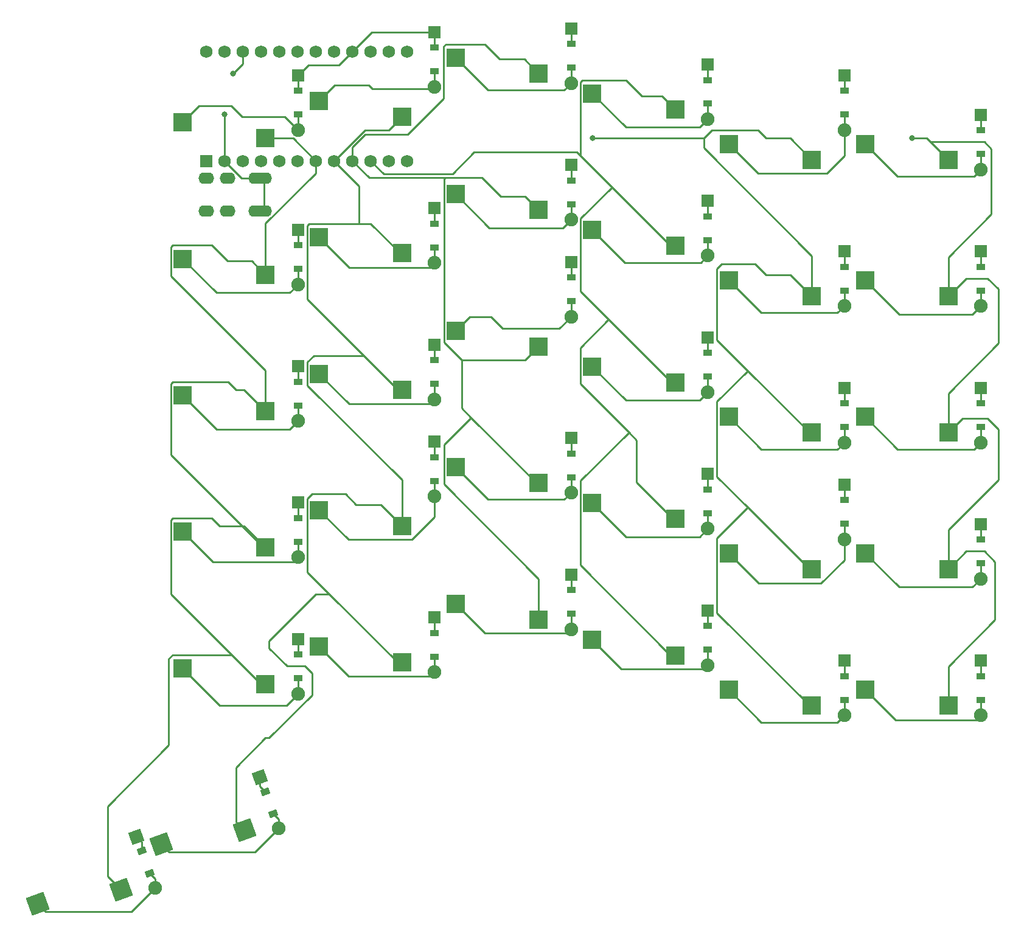
<source format=gbl>
%TF.GenerationSoftware,KiCad,Pcbnew,9.0.6*%
%TF.CreationDate,2025-11-12T17:31:49+01:00*%
%TF.ProjectId,right_finished,72696768-745f-4666-996e-69736865642e,1*%
%TF.SameCoordinates,Original*%
%TF.FileFunction,Copper,L2,Bot*%
%TF.FilePolarity,Positive*%
%FSLAX46Y46*%
G04 Gerber Fmt 4.6, Leading zero omitted, Abs format (unit mm)*
G04 Created by KiCad (PCBNEW 9.0.6) date 2025-11-12 17:31:49*
%MOMM*%
%LPD*%
G01*
G04 APERTURE LIST*
G04 Aperture macros list*
%AMRotRect*
0 Rectangle, with rotation*
0 The origin of the aperture is its center*
0 $1 length*
0 $2 width*
0 $3 Rotation angle, in degrees counterclockwise*
0 Add horizontal line*
21,1,$1,$2,0,0,$3*%
G04 Aperture macros list end*
%TA.AperFunction,ComponentPad*%
%ADD10R,1.778000X1.778000*%
%TD*%
%TA.AperFunction,SMDPad,CuDef*%
%ADD11R,1.200000X0.900000*%
%TD*%
%TA.AperFunction,ComponentPad*%
%ADD12C,1.905000*%
%TD*%
%TA.AperFunction,SMDPad,CuDef*%
%ADD13R,2.600000X2.600000*%
%TD*%
%TA.AperFunction,ComponentPad*%
%ADD14R,1.752600X1.752600*%
%TD*%
%TA.AperFunction,ComponentPad*%
%ADD15C,1.752600*%
%TD*%
%TA.AperFunction,SMDPad,CuDef*%
%ADD16RotRect,2.600000X2.600000X200.000000*%
%TD*%
%TA.AperFunction,ComponentPad*%
%ADD17RotRect,1.778000X1.778000X290.000000*%
%TD*%
%TA.AperFunction,SMDPad,CuDef*%
%ADD18RotRect,0.900000X1.200000X290.000000*%
%TD*%
%TA.AperFunction,ComponentPad*%
%ADD19O,2.200000X1.600000*%
%TD*%
%TA.AperFunction,ViaPad*%
%ADD20C,0.800000*%
%TD*%
%TA.AperFunction,Conductor*%
%ADD21C,0.250000*%
%TD*%
G04 APERTURE END LIST*
D10*
%TO.P,D11,1*%
%TO.N,P4*%
X233025000Y-131240000D03*
D11*
X233025000Y-133400000D03*
%TO.P,D11,2*%
%TO.N,mirror_third_home*%
X233025000Y-136700000D03*
D12*
X233025000Y-138860000D03*
%TD*%
D10*
%TO.P,D29,1*%
%TO.N,P6*%
X195025000Y-88740000D03*
D11*
X195025000Y-90900000D03*
%TO.P,D29,2*%
%TO.N,mirror_fifth_num*%
X195025000Y-94200000D03*
D12*
X195025000Y-96360000D03*
%TD*%
D13*
%TO.P,S27,1*%
%TO.N,P19*%
X171500000Y-160500000D03*
%TO.P,S27,2*%
%TO.N,mirror_sixth_bottom*%
X159950000Y-158300000D03*
%TD*%
D10*
%TO.P,D25,1*%
%TO.N,P3*%
X252025000Y-151740000D03*
D11*
X252025000Y-153900000D03*
%TO.P,D25,2*%
%TO.N,mirror_second_bottom*%
X252025000Y-157200000D03*
D12*
X252025000Y-159360000D03*
%TD*%
D10*
%TO.P,D7,1*%
%TO.N,P4*%
X252025000Y-138240000D03*
D11*
X252025000Y-140400000D03*
%TO.P,D7,2*%
%TO.N,mirror_second_home*%
X252025000Y-143700000D03*
D12*
X252025000Y-145860000D03*
%TD*%
D13*
%TO.P,S10,1*%
%TO.N,P16*%
X247500000Y-106500000D03*
%TO.P,S10,2*%
%TO.N,mirror_second_num*%
X235950000Y-104300000D03*
%TD*%
D10*
%TO.P,D14,1*%
%TO.N,P2*%
X214025000Y-164240000D03*
D11*
X214025000Y-166400000D03*
%TO.P,D14,2*%
%TO.N,mirror_fourth_mod*%
X214025000Y-169700000D03*
D12*
X214025000Y-171860000D03*
%TD*%
D10*
%TO.P,D6,1*%
%TO.N,P2*%
X252025000Y-176240000D03*
D11*
X252025000Y-178400000D03*
%TO.P,D6,2*%
%TO.N,mirror_second_mod*%
X252025000Y-181700000D03*
D12*
X252025000Y-183860000D03*
%TD*%
D13*
%TO.P,S21,1*%
%TO.N,P18*%
X190500000Y-176500000D03*
%TO.P,S21,2*%
%TO.N,mirror_fifth_mod*%
X178950000Y-174300000D03*
%TD*%
D10*
%TO.P,D28,1*%
%TO.N,P3*%
X195025000Y-145740000D03*
D11*
X195025000Y-147900000D03*
%TO.P,D28,2*%
%TO.N,mirror_fifth_bottom*%
X195025000Y-151200000D03*
D12*
X195025000Y-153360000D03*
%TD*%
D13*
%TO.P,S28,1*%
%TO.N,P19*%
X171500000Y-141500000D03*
%TO.P,S28,2*%
%TO.N,mirror_sixth_home*%
X159950000Y-139300000D03*
%TD*%
D10*
%TO.P,D21,1*%
%TO.N,P2*%
X176025000Y-173240000D03*
D11*
X176025000Y-175400000D03*
%TO.P,D21,2*%
%TO.N,mirror_sixth_mod*%
X176025000Y-178700000D03*
D12*
X176025000Y-180860000D03*
%TD*%
D14*
%TO.P,MCU1,1*%
%TO.N,RAW*%
X163255000Y-106670000D03*
D15*
%TO.P,MCU1,2*%
%TO.N,GND*%
X165795000Y-106670000D03*
%TO.P,MCU1,3*%
%TO.N,RST*%
X168335000Y-106670000D03*
%TO.P,MCU1,4*%
%TO.N,VCC*%
X170875000Y-106670000D03*
%TO.P,MCU1,5*%
%TO.N,P21*%
X173415000Y-106670000D03*
%TO.P,MCU1,6*%
%TO.N,P20*%
X175955000Y-106670000D03*
%TO.P,MCU1,7*%
%TO.N,P19*%
X178495000Y-106670000D03*
%TO.P,MCU1,8*%
%TO.N,P18*%
X181035000Y-106670000D03*
%TO.P,MCU1,9*%
%TO.N,P15*%
X183575000Y-106670000D03*
%TO.P,MCU1,10*%
%TO.N,P14*%
X186115000Y-106670000D03*
%TO.P,MCU1,11*%
%TO.N,P16*%
X188655000Y-106670000D03*
%TO.P,MCU1,12*%
%TO.N,P10*%
X191195000Y-106670000D03*
%TO.P,MCU1,13*%
%TO.N,P1*%
X163255000Y-91430000D03*
%TO.P,MCU1,14*%
%TO.N,P0*%
X165795000Y-91430000D03*
%TO.P,MCU1,15*%
%TO.N,GND*%
X168335000Y-91430000D03*
%TO.P,MCU1,16*%
X170875000Y-91430000D03*
%TO.P,MCU1,17*%
%TO.N,P2*%
X173415000Y-91430000D03*
%TO.P,MCU1,18*%
%TO.N,P3*%
X175955000Y-91430000D03*
%TO.P,MCU1,19*%
%TO.N,P4*%
X178495000Y-91430000D03*
%TO.P,MCU1,20*%
%TO.N,P5*%
X181035000Y-91430000D03*
%TO.P,MCU1,21*%
%TO.N,P6*%
X183575000Y-91430000D03*
%TO.P,MCU1,22*%
%TO.N,P7*%
X186115000Y-91430000D03*
%TO.P,MCU1,23*%
%TO.N,P8*%
X188655000Y-91430000D03*
%TO.P,MCU1,24*%
%TO.N,P9*%
X191195000Y-91430000D03*
%TD*%
D13*
%TO.P,S13,1*%
%TO.N,P14*%
X228500000Y-137500000D03*
%TO.P,S13,2*%
%TO.N,mirror_third_home*%
X216950000Y-135300000D03*
%TD*%
%TO.P,S5,1*%
%TO.N,P10*%
X266500000Y-106500000D03*
%TO.P,S5,2*%
%TO.N,mirror_first_num*%
X254950000Y-104300000D03*
%TD*%
%TO.P,S19,1*%
%TO.N,P15*%
X209500000Y-113500000D03*
%TO.P,S19,2*%
%TO.N,mirror_fourth_top*%
X197950000Y-111300000D03*
%TD*%
%TO.P,S17,1*%
%TO.N,P15*%
X209500000Y-151500000D03*
%TO.P,S17,2*%
%TO.N,mirror_fourth_bottom*%
X197950000Y-149300000D03*
%TD*%
%TO.P,S6,1*%
%TO.N,P16*%
X247500000Y-182500000D03*
%TO.P,S6,2*%
%TO.N,mirror_second_mod*%
X235950000Y-180300000D03*
%TD*%
D10*
%TO.P,D1,1*%
%TO.N,P2*%
X271025000Y-176240000D03*
D11*
X271025000Y-178400000D03*
%TO.P,D1,2*%
%TO.N,mirror_first_mod*%
X271025000Y-181700000D03*
D12*
X271025000Y-183860000D03*
%TD*%
D13*
%TO.P,S26,1*%
%TO.N,P19*%
X171500000Y-179500000D03*
%TO.P,S26,2*%
%TO.N,mirror_sixth_mod*%
X159950000Y-177300000D03*
%TD*%
D10*
%TO.P,D17,1*%
%TO.N,P6*%
X214025000Y-88240000D03*
D11*
X214025000Y-90400000D03*
%TO.P,D17,2*%
%TO.N,mirror_fourth_num*%
X214025000Y-93700000D03*
D12*
X214025000Y-95860000D03*
%TD*%
D13*
%TO.P,S8,1*%
%TO.N,P16*%
X247500000Y-144500000D03*
%TO.P,S8,2*%
%TO.N,mirror_second_home*%
X235950000Y-142300000D03*
%TD*%
%TO.P,S18,1*%
%TO.N,P15*%
X209500000Y-132500000D03*
%TO.P,S18,2*%
%TO.N,mirror_fourth_home*%
X197950000Y-130300000D03*
%TD*%
%TO.P,S22,1*%
%TO.N,P18*%
X190500000Y-157500000D03*
%TO.P,S22,2*%
%TO.N,mirror_fifth_bottom*%
X178950000Y-155300000D03*
%TD*%
D10*
%TO.P,D22,1*%
%TO.N,P3*%
X176025000Y-154240000D03*
D11*
X176025000Y-156400000D03*
%TO.P,D22,2*%
%TO.N,mirror_sixth_bottom*%
X176025000Y-159700000D03*
D12*
X176025000Y-161860000D03*
%TD*%
D13*
%TO.P,S1,1*%
%TO.N,P10*%
X266500000Y-182500000D03*
%TO.P,S1,2*%
%TO.N,mirror_first_mod*%
X254950000Y-180300000D03*
%TD*%
%TO.P,S4,1*%
%TO.N,P10*%
X266500000Y-125500000D03*
%TO.P,S4,2*%
%TO.N,mirror_first_top*%
X254950000Y-123300000D03*
%TD*%
D16*
%TO.P,S31,1*%
%TO.N,P18*%
X168587513Y-199871055D03*
%TO.P,S31,2*%
%TO.N,mirror_t1_thumb*%
X156981619Y-201754064D03*
%TD*%
D13*
%TO.P,S14,1*%
%TO.N,P14*%
X228500000Y-118500000D03*
%TO.P,S14,2*%
%TO.N,mirror_third_top*%
X216950000Y-116300000D03*
%TD*%
D10*
%TO.P,D23,1*%
%TO.N,P4*%
X176025000Y-135240000D03*
D11*
X176025000Y-137400000D03*
%TO.P,D23,2*%
%TO.N,mirror_sixth_home*%
X176025000Y-140700000D03*
D12*
X176025000Y-142860000D03*
%TD*%
D10*
%TO.P,D16,1*%
%TO.N,P5*%
X214025000Y-107240000D03*
D11*
X214025000Y-109400000D03*
%TO.P,D16,2*%
%TO.N,mirror_fourth_top*%
X214025000Y-112700000D03*
D12*
X214025000Y-114860000D03*
%TD*%
D17*
%TO.P,D31,1*%
%TO.N,P7*%
X170698576Y-192440938D03*
D18*
X171437340Y-194470674D03*
%TO.P,D31,2*%
%TO.N,mirror_t1_thumb*%
X172566006Y-197571660D03*
D12*
X173304770Y-199601396D03*
%TD*%
D10*
%TO.P,D18,1*%
%TO.N,P2*%
X195025000Y-170240000D03*
D11*
X195025000Y-172400000D03*
%TO.P,D18,2*%
%TO.N,mirror_fifth_mod*%
X195025000Y-175700000D03*
D12*
X195025000Y-177860000D03*
%TD*%
D10*
%TO.P,D3,1*%
%TO.N,P4*%
X271025000Y-138240000D03*
D11*
X271025000Y-140400000D03*
%TO.P,D3,2*%
%TO.N,mirror_first_home*%
X271025000Y-143700000D03*
D12*
X271025000Y-145860000D03*
%TD*%
D13*
%TO.P,S7,1*%
%TO.N,P16*%
X247500000Y-163500000D03*
%TO.P,S7,2*%
%TO.N,mirror_second_bottom*%
X235950000Y-161300000D03*
%TD*%
%TO.P,S15,1*%
%TO.N,P14*%
X228500000Y-99500000D03*
%TO.P,S15,2*%
%TO.N,mirror_third_num*%
X216950000Y-97300000D03*
%TD*%
%TO.P,S20,1*%
%TO.N,P15*%
X209500000Y-94500000D03*
%TO.P,S20,2*%
%TO.N,mirror_fourth_num*%
X197950000Y-92300000D03*
%TD*%
%TO.P,S3,1*%
%TO.N,P10*%
X266500000Y-144500000D03*
%TO.P,S3,2*%
%TO.N,mirror_first_home*%
X254950000Y-142300000D03*
%TD*%
D10*
%TO.P,D20,1*%
%TO.N,P5*%
X195025000Y-113240000D03*
D11*
X195025000Y-115400000D03*
%TO.P,D20,2*%
%TO.N,mirror_fifth_top*%
X195025000Y-118700000D03*
D12*
X195025000Y-120860000D03*
%TD*%
D10*
%TO.P,D19,1*%
%TO.N,P4*%
X195025000Y-132240000D03*
D11*
X195025000Y-134400000D03*
%TO.P,D19,2*%
%TO.N,mirror_fifth_home*%
X195025000Y-137700000D03*
D12*
X195025000Y-139860000D03*
%TD*%
D10*
%TO.P,D12,1*%
%TO.N,P5*%
X233025000Y-112240000D03*
D11*
X233025000Y-114400000D03*
%TO.P,D12,2*%
%TO.N,mirror_third_top*%
X233025000Y-117700000D03*
D12*
X233025000Y-119860000D03*
%TD*%
D13*
%TO.P,S2,1*%
%TO.N,P10*%
X266500000Y-163500000D03*
%TO.P,S2,2*%
%TO.N,mirror_first_bottom*%
X254950000Y-161300000D03*
%TD*%
D10*
%TO.P,D9,1*%
%TO.N,P2*%
X233025000Y-169240000D03*
D11*
X233025000Y-171400000D03*
%TO.P,D9,2*%
%TO.N,mirror_third_mod*%
X233025000Y-174700000D03*
D12*
X233025000Y-176860000D03*
%TD*%
D10*
%TO.P,D27,1*%
%TO.N,P4*%
X214025000Y-120740000D03*
D11*
X214025000Y-122900000D03*
%TO.P,D27,2*%
%TO.N,mirror_fourth_home*%
X214025000Y-126200000D03*
D12*
X214025000Y-128360000D03*
%TD*%
D10*
%TO.P,D10,1*%
%TO.N,P3*%
X233025000Y-150240000D03*
D11*
X233025000Y-152400000D03*
%TO.P,D10,2*%
%TO.N,mirror_third_bottom*%
X233025000Y-155700000D03*
D12*
X233025000Y-157860000D03*
%TD*%
D13*
%TO.P,S30,1*%
%TO.N,P19*%
X171500000Y-103500000D03*
%TO.P,S30,2*%
%TO.N,mirror_sixth_num*%
X159950000Y-101300000D03*
%TD*%
%TO.P,S29,1*%
%TO.N,P19*%
X171500000Y-122500000D03*
%TO.P,S29,2*%
%TO.N,mirror_sixth_top*%
X159950000Y-120300000D03*
%TD*%
D19*
%TO.P,TRRS1,1*%
%TO.N,GND*%
X171325000Y-113650000D03*
X171325000Y-109050000D03*
%TO.P,TRRS1,2*%
X170225000Y-113650000D03*
X170225000Y-109050000D03*
%TO.P,TRRS1,3*%
%TO.N,P21*%
X166225000Y-113650000D03*
X166225000Y-109050000D03*
%TO.P,TRRS1,4*%
%TO.N,VCC*%
X163225000Y-113650000D03*
X163225000Y-109050000D03*
%TD*%
D10*
%TO.P,D13,1*%
%TO.N,P6*%
X233025000Y-93240000D03*
D11*
X233025000Y-95400000D03*
%TO.P,D13,2*%
%TO.N,mirror_third_num*%
X233025000Y-98700000D03*
D12*
X233025000Y-100860000D03*
%TD*%
D13*
%TO.P,S16,1*%
%TO.N,P15*%
X209500000Y-170500000D03*
%TO.P,S16,2*%
%TO.N,mirror_fourth_mod*%
X197950000Y-168300000D03*
%TD*%
%TO.P,S24,1*%
%TO.N,P18*%
X190500000Y-119500000D03*
%TO.P,S24,2*%
%TO.N,mirror_fifth_top*%
X178950000Y-117300000D03*
%TD*%
D10*
%TO.P,D4,1*%
%TO.N,P5*%
X271025000Y-119240000D03*
D11*
X271025000Y-121400000D03*
%TO.P,D4,2*%
%TO.N,mirror_first_top*%
X271025000Y-124700000D03*
D12*
X271025000Y-126860000D03*
%TD*%
D10*
%TO.P,D2,1*%
%TO.N,P3*%
X271025000Y-157240000D03*
D11*
X271025000Y-159400000D03*
%TO.P,D2,2*%
%TO.N,mirror_first_bottom*%
X271025000Y-162700000D03*
D12*
X271025000Y-164860000D03*
%TD*%
D13*
%TO.P,S25,1*%
%TO.N,P18*%
X190500000Y-100500000D03*
%TO.P,S25,2*%
%TO.N,mirror_fifth_num*%
X178950000Y-98300000D03*
%TD*%
%TO.P,S23,1*%
%TO.N,P18*%
X190500000Y-138500000D03*
%TO.P,S23,2*%
%TO.N,mirror_fifth_home*%
X178950000Y-136300000D03*
%TD*%
%TO.P,S9,1*%
%TO.N,P16*%
X247500000Y-125500000D03*
%TO.P,S9,2*%
%TO.N,mirror_second_top*%
X235950000Y-123300000D03*
%TD*%
%TO.P,S12,1*%
%TO.N,P14*%
X228500000Y-156500000D03*
%TO.P,S12,2*%
%TO.N,mirror_third_bottom*%
X216950000Y-154300000D03*
%TD*%
D10*
%TO.P,D8,1*%
%TO.N,P5*%
X252025000Y-119240000D03*
D11*
X252025000Y-121400000D03*
%TO.P,D8,2*%
%TO.N,mirror_second_top*%
X252025000Y-124700000D03*
D12*
X252025000Y-126860000D03*
%TD*%
D10*
%TO.P,D5,1*%
%TO.N,P6*%
X271025000Y-100240000D03*
D11*
X271025000Y-102400000D03*
%TO.P,D5,2*%
%TO.N,mirror_first_num*%
X271025000Y-105700000D03*
D12*
X271025000Y-107860000D03*
%TD*%
D16*
%TO.P,S32,1*%
%TO.N,P19*%
X151383192Y-208154854D03*
%TO.P,S32,2*%
%TO.N,mirror_t2_thumb*%
X139777298Y-210037863D03*
%TD*%
D10*
%TO.P,D26,1*%
%TO.N,P6*%
X252025000Y-94740000D03*
D11*
X252025000Y-96900000D03*
%TO.P,D26,2*%
%TO.N,mirror_second_num*%
X252025000Y-100200000D03*
D12*
X252025000Y-102360000D03*
%TD*%
D10*
%TO.P,D24,1*%
%TO.N,P5*%
X176025000Y-116240000D03*
D11*
X176025000Y-118400000D03*
%TO.P,D24,2*%
%TO.N,mirror_sixth_top*%
X176025000Y-121700000D03*
D12*
X176025000Y-123860000D03*
%TD*%
D13*
%TO.P,S11,1*%
%TO.N,P14*%
X228500000Y-175500000D03*
%TO.P,S11,2*%
%TO.N,mirror_third_mod*%
X216950000Y-173300000D03*
%TD*%
D17*
%TO.P,D32,1*%
%TO.N,P7*%
X153494254Y-200724737D03*
D18*
X154233018Y-202754473D03*
%TO.P,D32,2*%
%TO.N,mirror_t2_thumb*%
X155361684Y-205855459D03*
D12*
X156100448Y-207885195D03*
%TD*%
D10*
%TO.P,D15,1*%
%TO.N,P3*%
X214025000Y-145240000D03*
D11*
X214025000Y-147400000D03*
%TO.P,D15,2*%
%TO.N,mirror_fourth_bottom*%
X214025000Y-150700000D03*
D12*
X214025000Y-152860000D03*
%TD*%
D10*
%TO.P,D30,1*%
%TO.N,P6*%
X176025000Y-94740000D03*
D11*
X176025000Y-96900000D03*
%TO.P,D30,2*%
%TO.N,mirror_sixth_num*%
X176025000Y-100200000D03*
D12*
X176025000Y-102360000D03*
%TD*%
D20*
%TO.N,P10*%
X261500000Y-103500000D03*
%TO.N,P16*%
X217000000Y-103500000D03*
%TO.N,GND*%
X165795000Y-100205000D03*
X167000000Y-94500000D03*
%TD*%
D21*
%TO.N,P10*%
X273000000Y-162500000D02*
X273000000Y-170539901D01*
X266500000Y-139039901D02*
X266500000Y-144500000D01*
X266500000Y-177039901D02*
X266500000Y-182500000D01*
X273500000Y-124500000D02*
X273500000Y-132039901D01*
X271500000Y-161000000D02*
X273000000Y-162500000D01*
X264000000Y-104000000D02*
X263500000Y-103500000D01*
X271500000Y-104000000D02*
X272500000Y-105000000D01*
X266500000Y-125500000D02*
X269000000Y-123000000D01*
X266500000Y-163500000D02*
X269000000Y-161000000D01*
X264000000Y-104000000D02*
X271500000Y-104000000D01*
X266500000Y-120039901D02*
X266500000Y-125500000D01*
X272500000Y-114039901D02*
X266500000Y-120039901D01*
X272500000Y-105000000D02*
X272500000Y-114039901D01*
X272000000Y-142500000D02*
X273500000Y-144000000D01*
X269000000Y-161000000D02*
X271500000Y-161000000D01*
X273500000Y-132039901D02*
X266500000Y-139039901D01*
X266500000Y-106500000D02*
X264000000Y-104000000D01*
X272000000Y-123000000D02*
X273500000Y-124500000D01*
X268500000Y-142500000D02*
X272000000Y-142500000D01*
X266500000Y-158039901D02*
X266500000Y-163500000D01*
X269000000Y-123000000D02*
X272000000Y-123000000D01*
X266500000Y-144500000D02*
X268500000Y-142500000D01*
X263500000Y-103500000D02*
X261500000Y-103500000D01*
X273000000Y-170539901D02*
X266500000Y-177039901D01*
X273500000Y-144000000D02*
X273500000Y-151039901D01*
X273500000Y-151039901D02*
X266500000Y-158039901D01*
%TO.N,mirror_first_mod*%
X254950000Y-180300000D02*
X259150000Y-184500000D01*
X270385000Y-184500000D02*
X271025000Y-183860000D01*
X271025000Y-183860000D02*
X271025000Y-181700000D01*
X259150000Y-184500000D02*
X270385000Y-184500000D01*
%TO.N,mirror_first_bottom*%
X254950000Y-161300000D02*
X259650000Y-166000000D01*
X269885000Y-166000000D02*
X271025000Y-164860000D01*
X271025000Y-164860000D02*
X271025000Y-162700000D01*
X259650000Y-166000000D02*
X269885000Y-166000000D01*
%TO.N,mirror_first_home*%
X259462500Y-146812500D02*
X270072500Y-146812500D01*
X270072500Y-146812500D02*
X271025000Y-145860000D01*
X254950000Y-142300000D02*
X259462500Y-146812500D01*
X271025000Y-145860000D02*
X271025000Y-143700000D01*
%TO.N,mirror_first_top*%
X259650000Y-128000000D02*
X269885000Y-128000000D01*
X269885000Y-128000000D02*
X271025000Y-126860000D01*
X254950000Y-123300000D02*
X259650000Y-128000000D01*
X271025000Y-126860000D02*
X271025000Y-124700000D01*
%TO.N,mirror_first_num*%
X254950000Y-104300000D02*
X259462500Y-108812500D01*
X259462500Y-108812500D02*
X270072500Y-108812500D01*
X270072500Y-108812500D02*
X271025000Y-107860000D01*
X271025000Y-107860000D02*
X271025000Y-105700000D01*
%TO.N,P16*%
X238609294Y-154890706D02*
X247218587Y-163500000D01*
X232500000Y-103500000D02*
X232500000Y-104868587D01*
X241101000Y-122522935D02*
X239578065Y-121000000D01*
X234324000Y-121674000D02*
X234324000Y-131605413D01*
X247500000Y-125500000D02*
X244522935Y-122522935D01*
X247218587Y-182500000D02*
X247500000Y-182500000D01*
X238609294Y-135890706D02*
X234324000Y-140176000D01*
X240002065Y-102424000D02*
X233576000Y-102424000D01*
X247218587Y-144500000D02*
X247500000Y-144500000D01*
X241101000Y-103522935D02*
X240002065Y-102424000D01*
X234324000Y-159176000D02*
X234324000Y-169605413D01*
X244522935Y-103522935D02*
X241101000Y-103522935D01*
X234324000Y-140176000D02*
X234324000Y-150605413D01*
X234998000Y-121000000D02*
X234324000Y-121674000D01*
X238609294Y-154890706D02*
X234324000Y-159176000D01*
X247500000Y-119868587D02*
X247500000Y-125500000D01*
X234324000Y-150605413D02*
X238609294Y-154890706D01*
X233576000Y-102424000D02*
X232500000Y-103500000D01*
X234324000Y-131605413D02*
X238609294Y-135890706D01*
X234324000Y-169605413D02*
X247218587Y-182500000D01*
X238609294Y-135890706D02*
X247218587Y-144500000D01*
X247218587Y-163500000D02*
X247500000Y-163500000D01*
X239578065Y-121000000D02*
X234998000Y-121000000D01*
X232500000Y-103500000D02*
X217000000Y-103500000D01*
X232500000Y-104868587D02*
X247500000Y-119868587D01*
X244522935Y-122522935D02*
X241101000Y-122522935D01*
X247500000Y-106500000D02*
X244522935Y-103522935D01*
%TO.N,mirror_second_mod*%
X251072500Y-184812500D02*
X252025000Y-183860000D01*
X252025000Y-183860000D02*
X252025000Y-181700000D01*
X235950000Y-180300000D02*
X240462500Y-184812500D01*
X240462500Y-184812500D02*
X251072500Y-184812500D01*
%TO.N,mirror_second_bottom*%
X235950000Y-161300000D02*
X240150000Y-165500000D01*
X240150000Y-165500000D02*
X248752000Y-165500000D01*
X252025000Y-159360000D02*
X252025000Y-157200000D01*
X248752000Y-165500000D02*
X252025000Y-162227000D01*
X252025000Y-162227000D02*
X252025000Y-159360000D01*
%TO.N,mirror_second_home*%
X252025000Y-145860000D02*
X252025000Y-143700000D01*
X240462500Y-146812500D02*
X251072500Y-146812500D01*
X235950000Y-142300000D02*
X240462500Y-146812500D01*
X251072500Y-146812500D02*
X252025000Y-145860000D01*
%TO.N,mirror_second_top*%
X251072500Y-127812500D02*
X252025000Y-126860000D01*
X240462500Y-127812500D02*
X251072500Y-127812500D01*
X235950000Y-123300000D02*
X240462500Y-127812500D01*
X252025000Y-126860000D02*
X252025000Y-124700000D01*
%TO.N,mirror_second_num*%
X235950000Y-104300000D02*
X240026000Y-108376000D01*
X249624000Y-108376000D02*
X252025000Y-105975000D01*
X240026000Y-108376000D02*
X249624000Y-108376000D01*
X252025000Y-102360000D02*
X252025000Y-100200000D01*
X252025000Y-105975000D02*
X252025000Y-102360000D01*
%TO.N,P14*%
X219689033Y-110310967D02*
X215303500Y-114696500D01*
X222052941Y-144447059D02*
X215324000Y-151176000D01*
X223876000Y-97624000D02*
X221676000Y-95424000D01*
X215303500Y-114696500D02*
X215303500Y-124803500D01*
X215303500Y-124803500D02*
X219250000Y-128750000D01*
X187945000Y-108500000D02*
X186115000Y-106670000D01*
X215324000Y-162945935D02*
X227878065Y-175500000D01*
X215324000Y-151176000D02*
X215324000Y-162945935D01*
X226624000Y-97624000D02*
X223876000Y-97624000D01*
X219250000Y-128750000D02*
X228000000Y-137500000D01*
X228218587Y-156500000D02*
X228500000Y-156500000D01*
X228000000Y-137500000D02*
X228500000Y-137500000D01*
X215576000Y-95424000D02*
X215303500Y-95696500D01*
X200540500Y-105459500D02*
X197500000Y-108500000D01*
X228500000Y-99500000D02*
X226624000Y-97624000D01*
X219250000Y-128750000D02*
X215324000Y-132676000D01*
X227878065Y-118500000D02*
X228500000Y-118500000D01*
X219689033Y-110310967D02*
X227878065Y-118500000D01*
X215303500Y-105925435D02*
X214837565Y-105459500D01*
X222052941Y-144447059D02*
X223134500Y-145528618D01*
X221676000Y-95424000D02*
X215576000Y-95424000D01*
X197500000Y-108500000D02*
X187945000Y-108500000D01*
X215303500Y-95696500D02*
X215303500Y-105925435D01*
X215324000Y-137718118D02*
X222052941Y-144447059D01*
X215324000Y-132676000D02*
X215324000Y-137718118D01*
X223134500Y-151415913D02*
X228218587Y-156500000D01*
X214837565Y-105459500D02*
X200540500Y-105459500D01*
X215303500Y-105925435D02*
X219689033Y-110310967D01*
X223134500Y-145528618D02*
X223134500Y-151415913D01*
X227878065Y-175500000D02*
X228500000Y-175500000D01*
%TO.N,mirror_third_mod*%
X232509000Y-177376000D02*
X233025000Y-176860000D01*
X216950000Y-173300000D02*
X221026000Y-177376000D01*
X233025000Y-176860000D02*
X233025000Y-174700000D01*
X221026000Y-177376000D02*
X232509000Y-177376000D01*
%TO.N,mirror_third_bottom*%
X221650000Y-159000000D02*
X231885000Y-159000000D01*
X231885000Y-159000000D02*
X233025000Y-157860000D01*
X216950000Y-154300000D02*
X221650000Y-159000000D01*
X233025000Y-157860000D02*
X233025000Y-155700000D01*
%TO.N,mirror_third_home*%
X221650000Y-140000000D02*
X231885000Y-140000000D01*
X233025000Y-138860000D02*
X233025000Y-136700000D01*
X216950000Y-135300000D02*
X221650000Y-140000000D01*
X231885000Y-140000000D02*
X233025000Y-138860000D01*
%TO.N,mirror_third_top*%
X216950000Y-116300000D02*
X221462500Y-120812500D01*
X233025000Y-119860000D02*
X233025000Y-117700000D01*
X221462500Y-120812500D02*
X232072500Y-120812500D01*
X232072500Y-120812500D02*
X233025000Y-119860000D01*
%TO.N,mirror_third_num*%
X216950000Y-97300000D02*
X221650000Y-102000000D01*
X231885000Y-102000000D02*
X233025000Y-100860000D01*
X233025000Y-100860000D02*
X233025000Y-98700000D01*
X221650000Y-102000000D02*
X231885000Y-102000000D01*
%TO.N,P15*%
X209500000Y-164868587D02*
X209500000Y-170500000D01*
X207500000Y-92500000D02*
X204078065Y-92500000D01*
X207624000Y-134376000D02*
X209500000Y-132500000D01*
X185903595Y-108998595D02*
X183575000Y-106670000D01*
X204078065Y-92500000D02*
X202002065Y-90424000D01*
X196324000Y-131926000D02*
X198774000Y-134376000D01*
X201576660Y-108998595D02*
X196500000Y-108998595D01*
X198774000Y-134376000D02*
X198774000Y-141055413D01*
X196303500Y-90694500D02*
X196303500Y-97948500D01*
X200109294Y-142390706D02*
X209218587Y-151500000D01*
X207624000Y-111624000D02*
X204202065Y-111624000D01*
X185342810Y-103000000D02*
X183575000Y-104767810D01*
X191252000Y-103000000D02*
X185342810Y-103000000D01*
X196500000Y-108998595D02*
X196324000Y-109174595D01*
X196324000Y-109174595D02*
X196324000Y-131926000D01*
X200109294Y-142390706D02*
X196324000Y-146176000D01*
X183575000Y-104767810D02*
X183575000Y-106670000D01*
X209500000Y-94500000D02*
X207500000Y-92500000D01*
X209218587Y-151500000D02*
X209500000Y-151500000D01*
X198774000Y-141055413D02*
X200109294Y-142390706D01*
X196324000Y-151692587D02*
X209500000Y-164868587D01*
X209500000Y-113500000D02*
X207624000Y-111624000D01*
X198774000Y-134376000D02*
X207624000Y-134376000D01*
X196574000Y-90424000D02*
X196303500Y-90694500D01*
X196500000Y-108998595D02*
X185903595Y-108998595D01*
X196324000Y-146176000D02*
X196324000Y-151692587D01*
X202002065Y-90424000D02*
X196574000Y-90424000D01*
X204202065Y-111624000D02*
X201576660Y-108998595D01*
X196303500Y-97948500D02*
X191252000Y-103000000D01*
%TO.N,mirror_fourth_mod*%
X214025000Y-171860000D02*
X214025000Y-169700000D01*
X213509000Y-172376000D02*
X214025000Y-171860000D01*
X202026000Y-172376000D02*
X213509000Y-172376000D01*
X197950000Y-168300000D02*
X202026000Y-172376000D01*
%TO.N,mirror_fourth_bottom*%
X202462500Y-153812500D02*
X213072500Y-153812500D01*
X197950000Y-149300000D02*
X202462500Y-153812500D01*
X213072500Y-153812500D02*
X214025000Y-152860000D01*
X214025000Y-152860000D02*
X214025000Y-150700000D01*
%TO.N,mirror_fourth_home*%
X202860000Y-128360000D02*
X204500000Y-130000000D01*
X212385000Y-130000000D02*
X214025000Y-128360000D01*
X197950000Y-130300000D02*
X199890000Y-128360000D01*
X199890000Y-128360000D02*
X202860000Y-128360000D01*
X204500000Y-130000000D02*
X212385000Y-130000000D01*
X214025000Y-128360000D02*
X214025000Y-126200000D01*
%TO.N,mirror_fourth_top*%
X197950000Y-111300000D02*
X202650000Y-116000000D01*
X214025000Y-114860000D02*
X214025000Y-112700000D01*
X212885000Y-116000000D02*
X214025000Y-114860000D01*
X202650000Y-116000000D02*
X212885000Y-116000000D01*
%TO.N,mirror_fourth_num*%
X202462500Y-96812500D02*
X213072500Y-96812500D01*
X214025000Y-95860000D02*
X214025000Y-93700000D01*
X197950000Y-92300000D02*
X202462500Y-96812500D01*
X213072500Y-96812500D02*
X214025000Y-95860000D01*
%TO.N,P18*%
X190218587Y-119500000D02*
X190500000Y-119500000D01*
X184500000Y-110135000D02*
X181035000Y-106670000D01*
X178000000Y-178000000D02*
X177000000Y-177000000D01*
X168587513Y-199871055D02*
X167416409Y-198699951D01*
X189878065Y-138500000D02*
X190500000Y-138500000D01*
X185154965Y-133776900D02*
X177324000Y-125945935D01*
X172000000Y-174500000D02*
X172000000Y-173500000D01*
X184500000Y-115424000D02*
X186142587Y-115424000D01*
X185154965Y-133776900D02*
X189878065Y-138500000D01*
X189878065Y-176500000D02*
X190500000Y-176500000D01*
X185329000Y-102376000D02*
X181035000Y-106670000D01*
X177324000Y-125945935D02*
X177324000Y-115674000D01*
X178000000Y-181000000D02*
X178000000Y-178000000D01*
X177324000Y-137926000D02*
X177324000Y-134674000D01*
X178500000Y-167000000D02*
X180378065Y-167000000D01*
X184500000Y-115424000D02*
X184500000Y-110135000D01*
X186142587Y-115424000D02*
X190218587Y-119500000D01*
X177324000Y-115674000D02*
X177574000Y-115424000D01*
X167416409Y-191083591D02*
X171500000Y-187000000D01*
X180378065Y-167000000D02*
X180439032Y-167060968D01*
X190500000Y-157500000D02*
X190500000Y-151102000D01*
X177000000Y-177000000D02*
X174500000Y-177000000D01*
X178221100Y-133776900D02*
X185154965Y-133776900D01*
X180439032Y-167060968D02*
X189878065Y-176500000D01*
X177973000Y-153025000D02*
X177324000Y-153674000D01*
X182603065Y-153025000D02*
X177973000Y-153025000D01*
X174500000Y-177000000D02*
X172000000Y-174500000D01*
X177324000Y-134674000D02*
X178221100Y-133776900D01*
X171500000Y-187000000D02*
X172000000Y-187000000D01*
X177324000Y-163945936D02*
X180439032Y-167060968D01*
X167416409Y-198699951D02*
X167416409Y-191083591D01*
X172000000Y-173500000D02*
X178500000Y-167000000D01*
X177574000Y-115424000D02*
X184500000Y-115424000D01*
X190500000Y-100500000D02*
X188624000Y-102376000D01*
X190500000Y-151102000D02*
X177324000Y-137926000D01*
X177324000Y-153674000D02*
X177324000Y-163945936D01*
X172000000Y-187000000D02*
X178000000Y-181000000D01*
X188624000Y-102376000D02*
X185329000Y-102376000D01*
X187522935Y-154522935D02*
X184101000Y-154522935D01*
X190500000Y-157500000D02*
X187522935Y-154522935D01*
X184101000Y-154522935D02*
X182603065Y-153025000D01*
%TO.N,mirror_fifth_mod*%
X194509000Y-178376000D02*
X195025000Y-177860000D01*
X178950000Y-174300000D02*
X183026000Y-178376000D01*
X195025000Y-177860000D02*
X195025000Y-175700000D01*
X183026000Y-178376000D02*
X194509000Y-178376000D01*
%TO.N,mirror_fifth_bottom*%
X178950000Y-155300000D02*
X183026000Y-159376000D01*
X195025000Y-156227000D02*
X195025000Y-153360000D01*
X183026000Y-159376000D02*
X191876000Y-159376000D01*
X195025000Y-153360000D02*
X195025000Y-151200000D01*
X191876000Y-159376000D02*
X195025000Y-156227000D01*
%TO.N,mirror_fifth_home*%
X194385000Y-140500000D02*
X195025000Y-139860000D01*
X183150000Y-140500000D02*
X194385000Y-140500000D01*
X178950000Y-136300000D02*
X183150000Y-140500000D01*
X195025000Y-139860000D02*
X195025000Y-137700000D01*
%TO.N,mirror_fifth_top*%
X183150000Y-121500000D02*
X194385000Y-121500000D01*
X178950000Y-117300000D02*
X183150000Y-121500000D01*
X194385000Y-121500000D02*
X195025000Y-120860000D01*
X195025000Y-120860000D02*
X195025000Y-118700000D01*
%TO.N,mirror_fifth_num*%
X186359087Y-96640500D02*
X194744500Y-96640500D01*
X181109293Y-96140707D02*
X185859294Y-96140707D01*
X195025000Y-96360000D02*
X195025000Y-94200000D01*
X194744500Y-96640500D02*
X195025000Y-96360000D01*
X185859294Y-96140707D02*
X186359087Y-96640500D01*
X178950000Y-98300000D02*
X181109293Y-96140707D01*
%TO.N,P19*%
X166202065Y-120624000D02*
X164002065Y-118424000D01*
X149500000Y-196500000D02*
X149500000Y-206271662D01*
X169624000Y-120624000D02*
X166202065Y-120624000D01*
X171500000Y-103500000D02*
X175325000Y-103500000D01*
X158574000Y-156424000D02*
X158324000Y-156674000D01*
X158574000Y-118424000D02*
X158324000Y-118674000D01*
X171218587Y-160500000D02*
X171500000Y-160500000D01*
X171500000Y-115367404D02*
X178495000Y-108372404D01*
X158324000Y-118674000D02*
X158324000Y-122692587D01*
X158324000Y-156674000D02*
X158324000Y-166945935D01*
X164002065Y-118424000D02*
X158574000Y-118424000D01*
X149500000Y-206271662D02*
X151383192Y-208154854D01*
X171500000Y-122500000D02*
X169624000Y-120624000D01*
X158324000Y-122692587D02*
X171500000Y-135868587D01*
X178495000Y-108372404D02*
X178495000Y-106670000D01*
X158324000Y-137674000D02*
X158324000Y-147605413D01*
X166334099Y-137424000D02*
X158574000Y-137424000D01*
X158574000Y-137424000D02*
X158324000Y-137674000D01*
X158574000Y-175424000D02*
X158000000Y-175998000D01*
X165101000Y-157522935D02*
X164002065Y-156424000D01*
X164002065Y-156424000D02*
X158574000Y-156424000D01*
X167433034Y-138522935D02*
X166334099Y-137424000D01*
X158000000Y-175998000D02*
X158000000Y-188000000D01*
X158324000Y-147605413D02*
X171218587Y-160500000D01*
X158324000Y-166945935D02*
X167939032Y-176560968D01*
X171500000Y-160500000D02*
X168522935Y-157522935D01*
X170878065Y-179500000D02*
X171500000Y-179500000D01*
X168522935Y-138522935D02*
X167433034Y-138522935D01*
X158000000Y-188000000D02*
X149500000Y-196500000D01*
X175325000Y-103500000D02*
X178495000Y-106670000D01*
X167939032Y-176560968D02*
X166802064Y-175424000D01*
X171500000Y-122500000D02*
X171500000Y-115367404D01*
X168522935Y-157522935D02*
X165101000Y-157522935D01*
X166802064Y-175424000D02*
X158574000Y-175424000D01*
X171500000Y-135868587D02*
X171500000Y-141500000D01*
X171500000Y-141500000D02*
X168522935Y-138522935D01*
X167939032Y-176560968D02*
X170878065Y-179500000D01*
%TO.N,mirror_sixth_mod*%
X159950000Y-177300000D02*
X165150000Y-182500000D01*
X165150000Y-182500000D02*
X174385000Y-182500000D01*
X174385000Y-182500000D02*
X176025000Y-180860000D01*
X176025000Y-180860000D02*
X176025000Y-178700000D01*
%TO.N,mirror_sixth_bottom*%
X159950000Y-158300000D02*
X164150000Y-162500000D01*
X164150000Y-162500000D02*
X175385000Y-162500000D01*
X175385000Y-162500000D02*
X176025000Y-161860000D01*
X176025000Y-161860000D02*
X176025000Y-159700000D01*
%TO.N,mirror_sixth_home*%
X176025000Y-142860000D02*
X176025000Y-140700000D01*
X164650000Y-144000000D02*
X174885000Y-144000000D01*
X174885000Y-144000000D02*
X176025000Y-142860000D01*
X159950000Y-139300000D02*
X164650000Y-144000000D01*
%TO.N,mirror_sixth_top*%
X164650000Y-125000000D02*
X174885000Y-125000000D01*
X176025000Y-123860000D02*
X176025000Y-121700000D01*
X159950000Y-120300000D02*
X164650000Y-125000000D01*
X174885000Y-125000000D02*
X176025000Y-123860000D01*
%TO.N,mirror_sixth_num*%
X176025000Y-102360000D02*
X176025000Y-100200000D01*
X159950000Y-101300000D02*
X162250000Y-99000000D01*
X166718587Y-99000000D02*
X168218587Y-100500000D01*
X174165000Y-100500000D02*
X176025000Y-102360000D01*
X168218587Y-100500000D02*
X174165000Y-100500000D01*
X162250000Y-99000000D02*
X166718587Y-99000000D01*
%TO.N,mirror_t1_thumb*%
X173304770Y-198310424D02*
X172566006Y-197571660D01*
X156981619Y-201754064D02*
X158094726Y-202867171D01*
X170038995Y-202867171D02*
X173304770Y-199601396D01*
X158094726Y-202867171D02*
X170038995Y-202867171D01*
X173304770Y-199601396D02*
X173304770Y-198310424D01*
%TO.N,mirror_t2_thumb*%
X139777298Y-210037863D02*
X140890405Y-211150970D01*
X156100448Y-206594223D02*
X155361684Y-205855459D01*
X152834673Y-211150970D02*
X156100448Y-207885195D01*
X156100448Y-207885195D02*
X156100448Y-206594223D01*
X140890405Y-211150970D02*
X152834673Y-211150970D01*
%TO.N,P2*%
X214025000Y-166400000D02*
X214025000Y-164240000D01*
X176025000Y-175400000D02*
X176025000Y-173240000D01*
X195025000Y-172400000D02*
X195025000Y-170240000D01*
X271025000Y-178400000D02*
X271025000Y-176240000D01*
X252025000Y-178400000D02*
X252025000Y-176240000D01*
X233025000Y-171400000D02*
X233025000Y-169240000D01*
%TO.N,P3*%
X271025000Y-159400000D02*
X271025000Y-157240000D01*
X195025000Y-145740000D02*
X195025000Y-147900000D01*
X233025000Y-152400000D02*
X233025000Y-150240000D01*
X214025000Y-147400000D02*
X214025000Y-145240000D01*
X176025000Y-154240000D02*
X176025000Y-156400000D01*
X252025000Y-153900000D02*
X252025000Y-151740000D01*
%TO.N,P4*%
X233025000Y-133400000D02*
X233025000Y-131240000D01*
X214025000Y-120740000D02*
X214025000Y-122900000D01*
X271025000Y-138240000D02*
X271025000Y-140400000D01*
X252025000Y-140400000D02*
X252025000Y-138240000D01*
X176025000Y-137400000D02*
X176025000Y-135240000D01*
X195025000Y-134400000D02*
X195025000Y-132240000D01*
%TO.N,P5*%
X252025000Y-121400000D02*
X252025000Y-119240000D01*
X271025000Y-121400000D02*
X271025000Y-119240000D01*
X214025000Y-109400000D02*
X214025000Y-107240000D01*
X195025000Y-115400000D02*
X195025000Y-113240000D01*
X176025000Y-118400000D02*
X176025000Y-116240000D01*
X233025000Y-114400000D02*
X233025000Y-112240000D01*
%TO.N,P6*%
X252025000Y-96900000D02*
X252025000Y-94740000D01*
X214025000Y-90400000D02*
X214025000Y-88240000D01*
X271025000Y-102400000D02*
X271025000Y-100240000D01*
X181681900Y-93323100D02*
X183575000Y-91430000D01*
X177441900Y-93323100D02*
X181681900Y-93323100D01*
X186265000Y-88740000D02*
X195025000Y-88740000D01*
X195025000Y-90900000D02*
X195025000Y-88740000D01*
X176025000Y-94740000D02*
X177441900Y-93323100D01*
X233025000Y-95400000D02*
X233025000Y-93240000D01*
X176025000Y-96900000D02*
X176025000Y-94740000D01*
X183575000Y-91430000D02*
X186265000Y-88740000D01*
%TO.N,P7*%
X154233018Y-201463501D02*
X153494254Y-200724737D01*
X170698576Y-193731910D02*
X171437340Y-194470674D01*
X154233018Y-202754473D02*
X154233018Y-201463501D01*
X170698576Y-192440938D02*
X170698576Y-193731910D01*
%TO.N,GND*%
X167000000Y-94500000D02*
X168335000Y-93165000D01*
X165795000Y-106670000D02*
X165795000Y-100205000D01*
X165795000Y-106670000D02*
X168175000Y-109050000D01*
X168335000Y-93165000D02*
X168335000Y-91430000D01*
X171325000Y-109050000D02*
X171325000Y-113650000D01*
X168175000Y-109050000D02*
X170225000Y-109050000D01*
%TD*%
M02*

</source>
